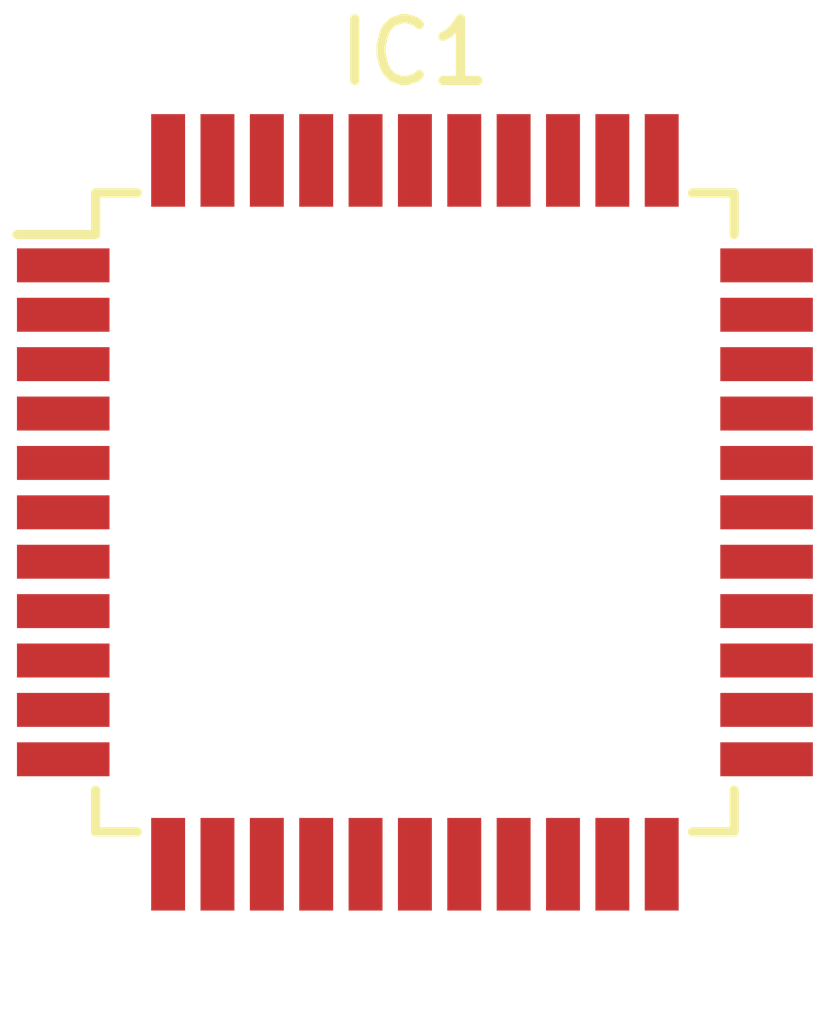
<source format=kicad_pcb>
(kicad_pcb (version 4) (host pcbnew 4.0.4-snap1-stable)

  (general
    (links 0)
    (no_connects 0)
    (area 141.576099 96.5786 155.426101 113.5286)
    (thickness 1.6)
    (drawings 0)
    (tracks 0)
    (zones 0)
    (modules 1)
    (nets 45)
  )

  (page A4)
  (layers
    (0 F.Cu signal)
    (31 B.Cu signal)
    (32 B.Adhes user)
    (33 F.Adhes user)
    (34 B.Paste user)
    (35 F.Paste user)
    (36 B.SilkS user)
    (37 F.SilkS user)
    (38 B.Mask user)
    (39 F.Mask user)
    (40 Dwgs.User user)
    (41 Cmts.User user)
    (42 Eco1.User user)
    (43 Eco2.User user)
    (44 Edge.Cuts user)
    (45 Margin user)
    (46 B.CrtYd user)
    (47 F.CrtYd user)
    (48 B.Fab user)
    (49 F.Fab user)
  )

  (setup
    (last_trace_width 0.25)
    (trace_clearance 0.2)
    (zone_clearance 0.508)
    (zone_45_only no)
    (trace_min 0.2)
    (segment_width 0.2)
    (edge_width 0.15)
    (via_size 0.6)
    (via_drill 0.4)
    (via_min_size 0.4)
    (via_min_drill 0.3)
    (uvia_size 0.3)
    (uvia_drill 0.1)
    (uvias_allowed no)
    (uvia_min_size 0.2)
    (uvia_min_drill 0.1)
    (pcb_text_width 0.3)
    (pcb_text_size 1.5 1.5)
    (mod_edge_width 0.15)
    (mod_text_size 1 1)
    (mod_text_width 0.15)
    (pad_size 1.524 1.524)
    (pad_drill 0.762)
    (pad_to_mask_clearance 0.2)
    (aux_axis_origin 0 0)
    (visible_elements FFFFFF7F)
    (pcbplotparams
      (layerselection 0x00030_80000001)
      (usegerberextensions false)
      (excludeedgelayer true)
      (linewidth 0.100000)
      (plotframeref false)
      (viasonmask false)
      (mode 1)
      (useauxorigin false)
      (hpglpennumber 1)
      (hpglpenspeed 20)
      (hpglpendiameter 15)
      (hpglpenoverlay 2)
      (psnegative false)
      (psa4output false)
      (plotreference true)
      (plotvalue true)
      (plotinvisibletext false)
      (padsonsilk false)
      (subtractmaskfromsilk false)
      (outputformat 1)
      (mirror false)
      (drillshape 1)
      (scaleselection 1)
      (outputdirectory ""))
  )

  (net 0 "")
  (net 1 "Net-(IC1-Pad1)")
  (net 2 "Net-(IC1-Pad2)")
  (net 3 "Net-(IC1-Pad3)")
  (net 4 "Net-(IC1-Pad4)")
  (net 5 "Net-(IC1-Pad5)")
  (net 6 "Net-(IC1-Pad6)")
  (net 7 "Net-(IC1-Pad7)")
  (net 8 "Net-(IC1-Pad8)")
  (net 9 "Net-(IC1-Pad9)")
  (net 10 "Net-(IC1-Pad10)")
  (net 11 "Net-(IC1-Pad11)")
  (net 12 "Net-(IC1-Pad12)")
  (net 13 "Net-(IC1-Pad13)")
  (net 14 "Net-(IC1-Pad14)")
  (net 15 "Net-(IC1-Pad15)")
  (net 16 "Net-(IC1-Pad16)")
  (net 17 "Net-(IC1-Pad17)")
  (net 18 "Net-(IC1-Pad18)")
  (net 19 "Net-(IC1-Pad19)")
  (net 20 "Net-(IC1-Pad20)")
  (net 21 "Net-(IC1-Pad21)")
  (net 22 "Net-(IC1-Pad22)")
  (net 23 "Net-(IC1-Pad23)")
  (net 24 "Net-(IC1-Pad24)")
  (net 25 "Net-(IC1-Pad25)")
  (net 26 "Net-(IC1-Pad26)")
  (net 27 "Net-(IC1-Pad27)")
  (net 28 "Net-(IC1-Pad28)")
  (net 29 "Net-(IC1-Pad29)")
  (net 30 "Net-(IC1-Pad30)")
  (net 31 "Net-(IC1-Pad31)")
  (net 32 "Net-(IC1-Pad32)")
  (net 33 "Net-(IC1-Pad33)")
  (net 34 "Net-(IC1-Pad34)")
  (net 35 "Net-(IC1-Pad35)")
  (net 36 "Net-(IC1-Pad36)")
  (net 37 "Net-(IC1-Pad37)")
  (net 38 "Net-(IC1-Pad38)")
  (net 39 "Net-(IC1-Pad39)")
  (net 40 "Net-(IC1-Pad40)")
  (net 41 "Net-(IC1-Pad41)")
  (net 42 "Net-(IC1-Pad42)")
  (net 43 "Net-(IC1-Pad43)")
  (net 44 "Net-(IC1-Pad44)")

  (net_class Default "This is the default net class."
    (clearance 0.2)
    (trace_width 0.25)
    (via_dia 0.6)
    (via_drill 0.4)
    (uvia_dia 0.3)
    (uvia_drill 0.1)
    (add_net "Net-(IC1-Pad1)")
    (add_net "Net-(IC1-Pad10)")
    (add_net "Net-(IC1-Pad11)")
    (add_net "Net-(IC1-Pad12)")
    (add_net "Net-(IC1-Pad13)")
    (add_net "Net-(IC1-Pad14)")
    (add_net "Net-(IC1-Pad15)")
    (add_net "Net-(IC1-Pad16)")
    (add_net "Net-(IC1-Pad17)")
    (add_net "Net-(IC1-Pad18)")
    (add_net "Net-(IC1-Pad19)")
    (add_net "Net-(IC1-Pad2)")
    (add_net "Net-(IC1-Pad20)")
    (add_net "Net-(IC1-Pad21)")
    (add_net "Net-(IC1-Pad22)")
    (add_net "Net-(IC1-Pad23)")
    (add_net "Net-(IC1-Pad24)")
    (add_net "Net-(IC1-Pad25)")
    (add_net "Net-(IC1-Pad26)")
    (add_net "Net-(IC1-Pad27)")
    (add_net "Net-(IC1-Pad28)")
    (add_net "Net-(IC1-Pad29)")
    (add_net "Net-(IC1-Pad3)")
    (add_net "Net-(IC1-Pad30)")
    (add_net "Net-(IC1-Pad31)")
    (add_net "Net-(IC1-Pad32)")
    (add_net "Net-(IC1-Pad33)")
    (add_net "Net-(IC1-Pad34)")
    (add_net "Net-(IC1-Pad35)")
    (add_net "Net-(IC1-Pad36)")
    (add_net "Net-(IC1-Pad37)")
    (add_net "Net-(IC1-Pad38)")
    (add_net "Net-(IC1-Pad39)")
    (add_net "Net-(IC1-Pad4)")
    (add_net "Net-(IC1-Pad40)")
    (add_net "Net-(IC1-Pad41)")
    (add_net "Net-(IC1-Pad42)")
    (add_net "Net-(IC1-Pad43)")
    (add_net "Net-(IC1-Pad44)")
    (add_net "Net-(IC1-Pad5)")
    (add_net "Net-(IC1-Pad6)")
    (add_net "Net-(IC1-Pad7)")
    (add_net "Net-(IC1-Pad8)")
    (add_net "Net-(IC1-Pad9)")
  )

  (module Housings_QFP:TQFP-44_10x10mm_Pitch0.8mm (layer F.Cu) (tedit 54130A77) (tstamp 5C876110)
    (at 148.5011 105.0036)
    (descr "44-Lead Plastic Thin Quad Flatpack (PT) - 10x10x1.0 mm Body [TQFP] (see Microchip Packaging Specification 00000049BS.pdf)")
    (tags "QFP 0.8")
    (path /5C8746F9)
    (attr smd)
    (fp_text reference IC1 (at 0 -7.45) (layer F.SilkS)
      (effects (font (size 1 1) (thickness 0.15)))
    )
    (fp_text value ATMEGA32-A (at 0 7.45) (layer F.Fab)
      (effects (font (size 1 1) (thickness 0.15)))
    )
    (fp_line (start -6.7 -6.7) (end -6.7 6.7) (layer F.CrtYd) (width 0.05))
    (fp_line (start 6.7 -6.7) (end 6.7 6.7) (layer F.CrtYd) (width 0.05))
    (fp_line (start -6.7 -6.7) (end 6.7 -6.7) (layer F.CrtYd) (width 0.05))
    (fp_line (start -6.7 6.7) (end 6.7 6.7) (layer F.CrtYd) (width 0.05))
    (fp_line (start -5.175 -5.175) (end -5.175 -4.5) (layer F.SilkS) (width 0.15))
    (fp_line (start 5.175 -5.175) (end 5.175 -4.5) (layer F.SilkS) (width 0.15))
    (fp_line (start 5.175 5.175) (end 5.175 4.5) (layer F.SilkS) (width 0.15))
    (fp_line (start -5.175 5.175) (end -5.175 4.5) (layer F.SilkS) (width 0.15))
    (fp_line (start -5.175 -5.175) (end -4.5 -5.175) (layer F.SilkS) (width 0.15))
    (fp_line (start -5.175 5.175) (end -4.5 5.175) (layer F.SilkS) (width 0.15))
    (fp_line (start 5.175 5.175) (end 4.5 5.175) (layer F.SilkS) (width 0.15))
    (fp_line (start 5.175 -5.175) (end 4.5 -5.175) (layer F.SilkS) (width 0.15))
    (fp_line (start -5.175 -4.5) (end -6.45 -4.5) (layer F.SilkS) (width 0.15))
    (pad 1 smd rect (at -5.7 -4) (size 1.5 0.55) (layers F.Cu F.Paste F.Mask)
      (net 1 "Net-(IC1-Pad1)"))
    (pad 2 smd rect (at -5.7 -3.2) (size 1.5 0.55) (layers F.Cu F.Paste F.Mask)
      (net 2 "Net-(IC1-Pad2)"))
    (pad 3 smd rect (at -5.7 -2.4) (size 1.5 0.55) (layers F.Cu F.Paste F.Mask)
      (net 3 "Net-(IC1-Pad3)"))
    (pad 4 smd rect (at -5.7 -1.6) (size 1.5 0.55) (layers F.Cu F.Paste F.Mask)
      (net 4 "Net-(IC1-Pad4)"))
    (pad 5 smd rect (at -5.7 -0.8) (size 1.5 0.55) (layers F.Cu F.Paste F.Mask)
      (net 5 "Net-(IC1-Pad5)"))
    (pad 6 smd rect (at -5.7 0) (size 1.5 0.55) (layers F.Cu F.Paste F.Mask)
      (net 6 "Net-(IC1-Pad6)"))
    (pad 7 smd rect (at -5.7 0.8) (size 1.5 0.55) (layers F.Cu F.Paste F.Mask)
      (net 7 "Net-(IC1-Pad7)"))
    (pad 8 smd rect (at -5.7 1.6) (size 1.5 0.55) (layers F.Cu F.Paste F.Mask)
      (net 8 "Net-(IC1-Pad8)"))
    (pad 9 smd rect (at -5.7 2.4) (size 1.5 0.55) (layers F.Cu F.Paste F.Mask)
      (net 9 "Net-(IC1-Pad9)"))
    (pad 10 smd rect (at -5.7 3.2) (size 1.5 0.55) (layers F.Cu F.Paste F.Mask)
      (net 10 "Net-(IC1-Pad10)"))
    (pad 11 smd rect (at -5.7 4) (size 1.5 0.55) (layers F.Cu F.Paste F.Mask)
      (net 11 "Net-(IC1-Pad11)"))
    (pad 12 smd rect (at -4 5.7 90) (size 1.5 0.55) (layers F.Cu F.Paste F.Mask)
      (net 12 "Net-(IC1-Pad12)"))
    (pad 13 smd rect (at -3.2 5.7 90) (size 1.5 0.55) (layers F.Cu F.Paste F.Mask)
      (net 13 "Net-(IC1-Pad13)"))
    (pad 14 smd rect (at -2.4 5.7 90) (size 1.5 0.55) (layers F.Cu F.Paste F.Mask)
      (net 14 "Net-(IC1-Pad14)"))
    (pad 15 smd rect (at -1.6 5.7 90) (size 1.5 0.55) (layers F.Cu F.Paste F.Mask)
      (net 15 "Net-(IC1-Pad15)"))
    (pad 16 smd rect (at -0.8 5.7 90) (size 1.5 0.55) (layers F.Cu F.Paste F.Mask)
      (net 16 "Net-(IC1-Pad16)"))
    (pad 17 smd rect (at 0 5.7 90) (size 1.5 0.55) (layers F.Cu F.Paste F.Mask)
      (net 17 "Net-(IC1-Pad17)"))
    (pad 18 smd rect (at 0.8 5.7 90) (size 1.5 0.55) (layers F.Cu F.Paste F.Mask)
      (net 18 "Net-(IC1-Pad18)"))
    (pad 19 smd rect (at 1.6 5.7 90) (size 1.5 0.55) (layers F.Cu F.Paste F.Mask)
      (net 19 "Net-(IC1-Pad19)"))
    (pad 20 smd rect (at 2.4 5.7 90) (size 1.5 0.55) (layers F.Cu F.Paste F.Mask)
      (net 20 "Net-(IC1-Pad20)"))
    (pad 21 smd rect (at 3.2 5.7 90) (size 1.5 0.55) (layers F.Cu F.Paste F.Mask)
      (net 21 "Net-(IC1-Pad21)"))
    (pad 22 smd rect (at 4 5.7 90) (size 1.5 0.55) (layers F.Cu F.Paste F.Mask)
      (net 22 "Net-(IC1-Pad22)"))
    (pad 23 smd rect (at 5.7 4) (size 1.5 0.55) (layers F.Cu F.Paste F.Mask)
      (net 23 "Net-(IC1-Pad23)"))
    (pad 24 smd rect (at 5.7 3.2) (size 1.5 0.55) (layers F.Cu F.Paste F.Mask)
      (net 24 "Net-(IC1-Pad24)"))
    (pad 25 smd rect (at 5.7 2.4) (size 1.5 0.55) (layers F.Cu F.Paste F.Mask)
      (net 25 "Net-(IC1-Pad25)"))
    (pad 26 smd rect (at 5.7 1.6) (size 1.5 0.55) (layers F.Cu F.Paste F.Mask)
      (net 26 "Net-(IC1-Pad26)"))
    (pad 27 smd rect (at 5.7 0.8) (size 1.5 0.55) (layers F.Cu F.Paste F.Mask)
      (net 27 "Net-(IC1-Pad27)"))
    (pad 28 smd rect (at 5.7 0) (size 1.5 0.55) (layers F.Cu F.Paste F.Mask)
      (net 28 "Net-(IC1-Pad28)"))
    (pad 29 smd rect (at 5.7 -0.8) (size 1.5 0.55) (layers F.Cu F.Paste F.Mask)
      (net 29 "Net-(IC1-Pad29)"))
    (pad 30 smd rect (at 5.7 -1.6) (size 1.5 0.55) (layers F.Cu F.Paste F.Mask)
      (net 30 "Net-(IC1-Pad30)"))
    (pad 31 smd rect (at 5.7 -2.4) (size 1.5 0.55) (layers F.Cu F.Paste F.Mask)
      (net 31 "Net-(IC1-Pad31)"))
    (pad 32 smd rect (at 5.7 -3.2) (size 1.5 0.55) (layers F.Cu F.Paste F.Mask)
      (net 32 "Net-(IC1-Pad32)"))
    (pad 33 smd rect (at 5.7 -4) (size 1.5 0.55) (layers F.Cu F.Paste F.Mask)
      (net 33 "Net-(IC1-Pad33)"))
    (pad 34 smd rect (at 4 -5.7 90) (size 1.5 0.55) (layers F.Cu F.Paste F.Mask)
      (net 34 "Net-(IC1-Pad34)"))
    (pad 35 smd rect (at 3.2 -5.7 90) (size 1.5 0.55) (layers F.Cu F.Paste F.Mask)
      (net 35 "Net-(IC1-Pad35)"))
    (pad 36 smd rect (at 2.4 -5.7 90) (size 1.5 0.55) (layers F.Cu F.Paste F.Mask)
      (net 36 "Net-(IC1-Pad36)"))
    (pad 37 smd rect (at 1.6 -5.7 90) (size 1.5 0.55) (layers F.Cu F.Paste F.Mask)
      (net 37 "Net-(IC1-Pad37)"))
    (pad 38 smd rect (at 0.8 -5.7 90) (size 1.5 0.55) (layers F.Cu F.Paste F.Mask)
      (net 38 "Net-(IC1-Pad38)"))
    (pad 39 smd rect (at 0 -5.7 90) (size 1.5 0.55) (layers F.Cu F.Paste F.Mask)
      (net 39 "Net-(IC1-Pad39)"))
    (pad 40 smd rect (at -0.8 -5.7 90) (size 1.5 0.55) (layers F.Cu F.Paste F.Mask)
      (net 40 "Net-(IC1-Pad40)"))
    (pad 41 smd rect (at -1.6 -5.7 90) (size 1.5 0.55) (layers F.Cu F.Paste F.Mask)
      (net 41 "Net-(IC1-Pad41)"))
    (pad 42 smd rect (at -2.4 -5.7 90) (size 1.5 0.55) (layers F.Cu F.Paste F.Mask)
      (net 42 "Net-(IC1-Pad42)"))
    (pad 43 smd rect (at -3.2 -5.7 90) (size 1.5 0.55) (layers F.Cu F.Paste F.Mask)
      (net 43 "Net-(IC1-Pad43)"))
    (pad 44 smd rect (at -4 -5.7 90) (size 1.5 0.55) (layers F.Cu F.Paste F.Mask)
      (net 44 "Net-(IC1-Pad44)"))
    (model Housings_QFP.3dshapes/TQFP-44_10x10mm_Pitch0.8mm.wrl
      (at (xyz 0 0 0))
      (scale (xyz 1 1 1))
      (rotate (xyz 0 0 0))
    )
  )

)

</source>
